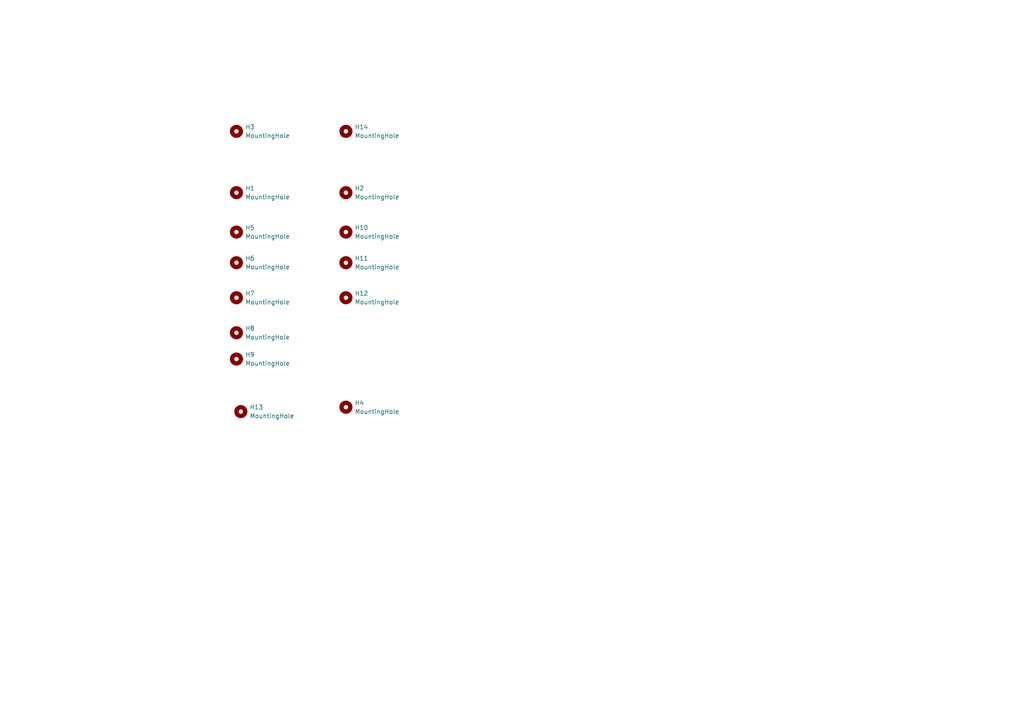
<source format=kicad_sch>
(kicad_sch (version 20231120) (generator "eeschema") (generator_version "8.0")
  (paper "A4")
  (lib_symbols
    (symbol "Mechanical:MountingHole" (pin_names (offset 1.016)) (exclude_from_sim yes) (in_bom no)
      (property "Reference" "H" (at 0 5.08 0))
      (property "Value" "MountingHole" (at 0 3.175 0))
      (symbol "MountingHole_0_1"
        (circle (center 0 0) (radius 1.27) (stroke (width 1.27)))
      )
    )
  )
  (symbol (lib_id "Mechanical:MountingHole") (at 68.58 55.88 0) (unit 1) (exclude_from_sim yes) (in_bom no)
    (property "Reference" "H1" (at 71.12 54.6099 0) (effects (justify left)))
    (property "Value" "MountingHole" (at 71.12 57.1499 0) (effects (justify left)))
    (property "Footprint" "Custom_Holes:MJ-3502_Mounting_Hole" (effects (hide yes)))
    (property "Description" "Mounting Hole without connection" (effects (hide yes)))
  )
  (symbol (lib_id "Mechanical:MountingHole") (at 100.33 76.2 0) (unit 1) (exclude_from_sim yes) (in_bom no)
    (property "Reference" "H11" (at 102.87 74.9299 0) (effects (justify left)))
    (property "Value" "MountingHole" (at 102.87 77.4699 0) (effects (justify left)))
    (property "Footprint" "Custom_Holes:PTV09A_NoBushing_MountingHole" (effects (hide yes)))
    (property "Description" "Mounting Hole without connection" (effects (hide yes)))
  )
  (symbol (lib_id "Mechanical:MountingHole") (at 68.58 67.31 0) (unit 1) (exclude_from_sim yes) (in_bom no)
    (property "Reference" "H5" (at 71.12 66.0399 0) (effects (justify left)))
    (property "Value" "MountingHole" (at 71.12 68.5799 0) (effects (justify left)))
    (property "Footprint" "Custom_Holes:MJ-3502_Mounting_Hole" (effects (hide yes)))
    (property "Description" "Mounting Hole without connection" (effects (hide yes)))
  )
  (symbol (lib_id "Mechanical:MountingHole") (at 68.58 38.1 0) (unit 1) (exclude_from_sim yes) (in_bom no)
    (property "Reference" "H3" (at 71.12 36.8299 0) (effects (justify left)))
    (property "Value" "MountingHole" (at 71.12 39.3699 0) (effects (justify left)))
    (property "Footprint" "MountingHole:MountingHole_3.2mm_M3_DIN965" (effects (hide yes)))
    (property "Description" "Mounting Hole without connection" (effects (hide yes)))
  )
  (symbol (lib_id "Mechanical:MountingHole") (at 100.33 55.88 0) (unit 1) (exclude_from_sim yes) (in_bom no)
    (property "Reference" "H2" (at 102.87 54.6099 0) (effects (justify left)))
    (property "Value" "MountingHole" (at 102.87 57.1499 0) (effects (justify left)))
    (property "Footprint" "Custom_Holes:PTV09A_NoBushing_MountingHole" (effects (hide yes)))
    (property "Description" "Mounting Hole without connection" (effects (hide yes)))
  )
  (symbol (lib_id "Mechanical:MountingHole") (at 69.85 119.38 0) (unit 1) (exclude_from_sim yes) (in_bom no)
    (property "Reference" "H13" (at 72.39 118.1099 0) (effects (justify left)))
    (property "Value" "MountingHole" (at 72.39 120.6499 0) (effects (justify left)))
    (property "Footprint" "MountingHole:MountingHole_3.2mm_M3_DIN965" (effects (hide yes)))
    (property "Description" "Mounting Hole without connection" (effects (hide yes)))
  )
  (symbol (lib_id "Mechanical:MountingHole") (at 68.58 96.52 0) (unit 1) (exclude_from_sim yes) (in_bom no)
    (property "Reference" "H8" (at 71.12 95.2499 0) (effects (justify left)))
    (property "Value" "MountingHole" (at 71.12 97.7899 0) (effects (justify left)))
    (property "Footprint" "Custom_Holes:MJ-3502_Mounting_Hole" (effects (hide yes)))
    (property "Description" "Mounting Hole without connection" (effects (hide yes)))
  )
  (symbol (lib_id "Mechanical:MountingHole") (at 68.58 76.2 0) (unit 1) (exclude_from_sim yes) (in_bom no)
    (property "Reference" "H6" (at 71.12 74.9299 0) (effects (justify left)))
    (property "Value" "MountingHole" (at 71.12 77.4699 0) (effects (justify left)))
    (property "Footprint" "Custom_Holes:MJ-3502_Mounting_Hole" (effects (hide yes)))
    (property "Description" "Mounting Hole without connection" (effects (hide yes)))
  )
  (symbol (lib_id "Mechanical:MountingHole") (at 100.33 86.36 0) (unit 1) (exclude_from_sim yes) (in_bom no)
    (property "Reference" "H12" (at 102.87 85.0899 0) (effects (justify left)))
    (property "Value" "MountingHole" (at 102.87 87.6299 0) (effects (justify left)))
    (property "Footprint" "Custom_Holes:PTV09A_NoBushing_MountingHole" (effects (hide yes)))
    (property "Description" "Mounting Hole without connection" (effects (hide yes)))
  )
  (symbol (lib_id "Mechanical:MountingHole") (at 68.58 86.36 0) (unit 1) (exclude_from_sim yes) (in_bom no)
    (property "Reference" "H7" (at 71.12 85.0899 0) (effects (justify left)))
    (property "Value" "MountingHole" (at 71.12 87.6299 0) (effects (justify left)))
    (property "Footprint" "Custom_Holes:MJ-3502_Mounting_Hole" (effects (hide yes)))
    (property "Description" "Mounting Hole without connection" (effects (hide yes)))
  )
  (symbol (lib_id "Mechanical:MountingHole") (at 100.33 38.1 0) (unit 1) (exclude_from_sim yes) (in_bom no)
    (property "Reference" "H14" (at 102.87 36.8299 0) (effects (justify left)))
    (property "Value" "MountingHole" (at 102.87 39.3699 0) (effects (justify left)))
    (property "Footprint" "MountingHole:MountingHole_3.2mm_M3_DIN965" (effects (hide yes)))
    (property "Description" "Mounting Hole without connection" (effects (hide yes)))
  )
  (symbol (lib_id "Mechanical:MountingHole") (at 100.33 67.31 0) (unit 1) (exclude_from_sim yes) (in_bom no)
    (property "Reference" "H10" (at 102.87 66.0399 0) (effects (justify left)))
    (property "Value" "MountingHole" (at 102.87 68.5799 0) (effects (justify left)))
    (property "Footprint" "Custom_Holes:PTV09A_NoBushing_MountingHole" (effects (hide yes)))
    (property "Description" "Mounting Hole without connection" (effects (hide yes)))
  )
  (symbol (lib_id "Mechanical:MountingHole") (at 100.33 118.11 0) (unit 1) (exclude_from_sim yes) (in_bom no)
    (property "Reference" "H4" (at 102.87 116.8399 0) (effects (justify left)))
    (property "Value" "MountingHole" (at 102.87 119.3799 0) (effects (justify left)))
    (property "Footprint" "MountingHole:MountingHole_3.2mm_M3_DIN965" (effects (hide yes)))
    (property "Description" "Mounting Hole without connection" (effects (hide yes)))
  )
  (symbol (lib_id "Mechanical:MountingHole") (at 68.58 104.14 0) (unit 1) (exclude_from_sim yes) (in_bom no)
    (property "Reference" "H9" (at 71.12 102.8699 0) (effects (justify left)))
    (property "Value" "MountingHole" (at 71.12 105.4099 0) (effects (justify left)))
    (property "Footprint" "Custom_Holes:MJ-3502_Mounting_Hole" (effects (hide yes)))
    (property "Description" "Mounting Hole without connection" (effects (hide yes)))
  )
)
</source>
